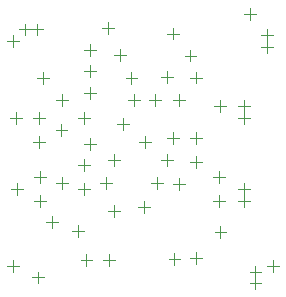
<source format=gbr>
%TF.GenerationSoftware,Altium Limited,Altium Designer,21.5.1 (32)*%
G04 Layer_Color=32896*
%FSLAX45Y45*%
%MOMM*%
%TF.SameCoordinates,1C786601-62C9-430B-884C-CD9D5B78F05E*%
%TF.FilePolarity,Positive*%
%TF.FileFunction,Other,Bottom_Component_Center*%
%TF.Part,Single*%
G01*
G75*
%TA.AperFunction,NonConductor*%
%ADD93C,0.10000*%
D93*
X6100688Y6827168D02*
X6200687D01*
X6150685Y6777166D02*
Y6877166D01*
X4997399Y8007424D02*
X5097399D01*
X5047402Y7957427D02*
Y8057427D01*
X4997399Y8187851D02*
X5097399D01*
X5047402Y8137853D02*
Y8237853D01*
X4997399Y7572426D02*
X5097399D01*
X5047402Y7522428D02*
Y7622428D01*
X4944573Y7391999D02*
X5044573D01*
X4994575Y7342002D02*
Y7442002D01*
X4944573Y7192000D02*
X5044573D01*
X4994575Y7142002D02*
Y7242002D01*
X4947324Y7791999D02*
X5047324D01*
X4997327Y7742001D02*
Y7842001D01*
X4997399Y8368277D02*
X5097399D01*
X5047402Y8318280D02*
Y8418280D01*
X4808022Y7192015D02*
Y7292015D01*
X4758025Y7242012D02*
X4858025D01*
X4571472Y7292000D02*
X4671472D01*
X4621475Y7242002D02*
Y7342002D01*
X4571472Y7092000D02*
X4671472D01*
X4621475Y7042003D02*
Y7142002D01*
X4378803Y7192000D02*
X4478803D01*
X4428805Y7142002D02*
Y7242002D01*
X5697398Y8507843D02*
X5797398D01*
X5747400Y8457846D02*
Y8557845D01*
X5897347Y8271293D02*
Y8371293D01*
X5847349Y8321295D02*
X5947349D01*
X4944618Y6784393D02*
Y6884393D01*
X4894620Y6834390D02*
X4994620D01*
X5761400Y6546070D02*
Y6646070D01*
X5711398Y6596067D02*
X5811397D01*
X5941829Y6554144D02*
Y6654143D01*
X5891826Y6604141D02*
X5991826D01*
X6349438Y8675622D02*
X6449438D01*
X6399441Y8625625D02*
Y8725625D01*
X5747400Y7571217D02*
Y7671217D01*
X5697398Y7621214D02*
X5797398D01*
X4347398Y6541999D02*
X4447398D01*
X4397400Y6492001D02*
Y6592001D01*
X4347398Y8442000D02*
X4447398D01*
X4397400Y8392003D02*
Y8492002D01*
X4447398Y8542000D02*
X4547398D01*
X4497400Y8492002D02*
Y8592002D01*
X4555002Y6442502D02*
X4655002D01*
X4605000Y6392499D02*
Y6492499D01*
X4722248Y6861581D02*
Y6961581D01*
X4672246Y6911579D02*
X4772246D01*
X4647402Y8078551D02*
Y8178551D01*
X4597400Y8128549D02*
X4697400D01*
X4419309Y7742001D02*
Y7842001D01*
X4369307Y7791999D02*
X4469307D01*
X4547448Y8542050D02*
X4647448D01*
X4597451Y8492053D02*
Y8592053D01*
X5016872Y6541948D02*
Y6641948D01*
X4966870Y6591950D02*
X5066869D01*
X4611978Y7742001D02*
Y7842001D01*
X4561976Y7791999D02*
X4661976D01*
X5209546Y6542204D02*
Y6642203D01*
X5159544Y6592206D02*
X5259544D01*
X4804653Y7642001D02*
Y7742001D01*
X4754650Y7691999D02*
X4854650D01*
X4611978Y7542002D02*
Y7642001D01*
X4561976Y7591999D02*
X4661976D01*
X4760777Y7942001D02*
X4860776D01*
X4810774Y7891998D02*
Y7991998D01*
X5247350Y8327349D02*
X5347350D01*
X5297348Y8277347D02*
Y8377347D01*
X5147401Y8554830D02*
X5247401D01*
X5197399Y8504833D02*
Y8604832D01*
X5347254Y8134675D02*
X5447254D01*
X5397251Y8084673D02*
Y8184672D01*
X5451975Y7042003D02*
X5551974D01*
X5501972Y6992000D02*
Y7092000D01*
X5647400Y7434671D02*
X5747400D01*
X5697398Y7384669D02*
Y7484669D01*
X5510850Y7542002D02*
Y7642001D01*
X5460848Y7591999D02*
X5560847D01*
X5274300Y7742001D02*
X5374300D01*
X5324297Y7691999D02*
Y7791999D01*
X5647400Y8140869D02*
X5747400D01*
X5697398Y8090866D02*
Y8190866D01*
X5947400Y7373033D02*
Y7473033D01*
X5897402Y7423031D02*
X5997402D01*
X5947400Y7571217D02*
Y7671217D01*
X5897402Y7621214D02*
X5997402D01*
X5947400Y8084745D02*
Y8184745D01*
X5897402Y8134742D02*
X5997402D01*
X6147399Y7841950D02*
Y7941950D01*
X6097402Y7891948D02*
X6197402D01*
X6347399Y7142063D02*
Y7242063D01*
X6297402Y7192066D02*
X6397401D01*
X6347399Y7842001D02*
Y7942001D01*
X6297402Y7891998D02*
X6397401D01*
X6347399Y7742001D02*
Y7842001D01*
X6297402Y7791999D02*
X6397401D01*
X6447399Y6341999D02*
Y6441999D01*
X6397401Y6392001D02*
X6497401D01*
X6547399Y8342000D02*
Y8442000D01*
X6497401Y8392003D02*
X6597401D01*
X6547399Y8442000D02*
Y8542000D01*
X6497401Y8492002D02*
X6597401D01*
X5247401Y6952779D02*
Y7052779D01*
X5197399Y7002776D02*
X5297399D01*
X5247401Y7383625D02*
Y7483625D01*
X5197399Y7433622D02*
X5297399D01*
X6140074Y7042003D02*
Y7142002D01*
X6090077Y7092000D02*
X6190077D01*
X6140074Y7242002D02*
Y7342002D01*
X6090077Y7292000D02*
X6190077D01*
X6347399Y7042003D02*
Y7142002D01*
X6297402Y7092000D02*
X6397401D01*
X6447399Y6441999D02*
Y6541999D01*
X6397401Y6492001D02*
X6497401D01*
X5747400Y7236483D02*
X5847400D01*
X5797398Y7186485D02*
Y7286485D01*
X5131126Y7242002D02*
X5231125D01*
X5181123Y7192000D02*
Y7292000D01*
X5566974Y7242002D02*
X5666974D01*
X5616971Y7192000D02*
Y7292000D01*
X5547401Y7948195D02*
X5647400D01*
X5597398Y7898192D02*
Y7998192D01*
X5747400Y7948195D02*
X5847400D01*
X5797398Y7898192D02*
Y7998192D01*
X5366974Y7942001D02*
X5466974D01*
X5416972Y7891998D02*
Y7991998D01*
X6547399Y6541999D02*
X6647398D01*
X6597401Y6492001D02*
Y6592001D01*
%TF.MD5,8f0a01d92dad8717612e76d7ec8fc2c6*%
M02*

</source>
